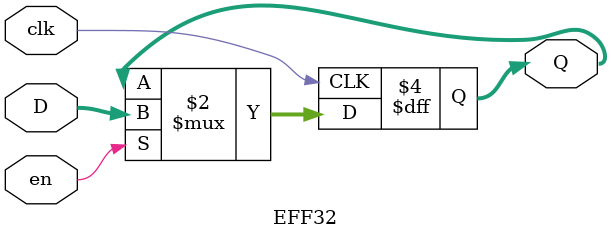
<source format=v>
module EFF32 
    (   input wire en,
        input wire clk,
        input wire [31:0] D,
        output reg [31:0] Q);
    
	always @ (posedge clk) 
        begin
            if(en)
                Q <= D;
	    end
endmodule
</source>
